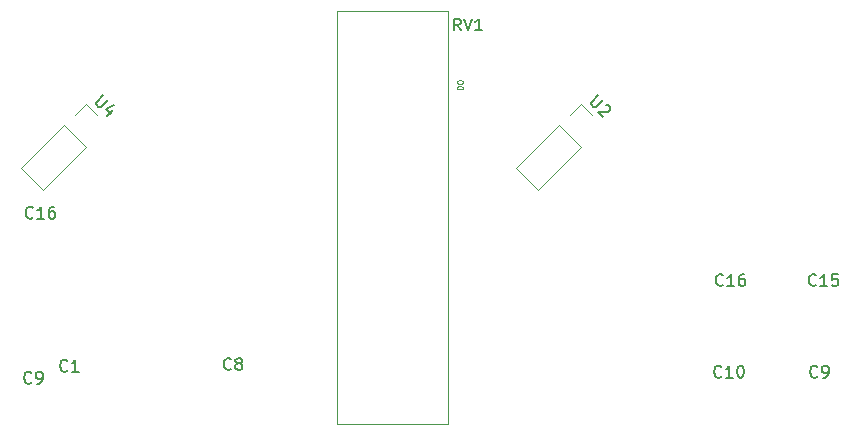
<source format=gbr>
%TF.GenerationSoftware,KiCad,Pcbnew,7.0.7*%
%TF.CreationDate,2023-09-10T17:47:14+02:00*%
%TF.ProjectId,Angle&Ana&Sw,416e676c-6526-4416-9e61-2653772e6b69,1.0*%
%TF.SameCoordinates,Original*%
%TF.FileFunction,Legend,Top*%
%TF.FilePolarity,Positive*%
%FSLAX46Y46*%
G04 Gerber Fmt 4.6, Leading zero omitted, Abs format (unit mm)*
G04 Created by KiCad (PCBNEW 7.0.7) date 2023-09-10 17:47:14*
%MOMM*%
%LPD*%
G01*
G04 APERTURE LIST*
%ADD10C,0.150000*%
%ADD11C,0.075000*%
%ADD12C,0.120000*%
G04 APERTURE END LIST*
D10*
X216300207Y-128806580D02*
X216252588Y-128854200D01*
X216252588Y-128854200D02*
X216109731Y-128901819D01*
X216109731Y-128901819D02*
X216014493Y-128901819D01*
X216014493Y-128901819D02*
X215871636Y-128854200D01*
X215871636Y-128854200D02*
X215776398Y-128758961D01*
X215776398Y-128758961D02*
X215728779Y-128663723D01*
X215728779Y-128663723D02*
X215681160Y-128473247D01*
X215681160Y-128473247D02*
X215681160Y-128330390D01*
X215681160Y-128330390D02*
X215728779Y-128139914D01*
X215728779Y-128139914D02*
X215776398Y-128044676D01*
X215776398Y-128044676D02*
X215871636Y-127949438D01*
X215871636Y-127949438D02*
X216014493Y-127901819D01*
X216014493Y-127901819D02*
X216109731Y-127901819D01*
X216109731Y-127901819D02*
X216252588Y-127949438D01*
X216252588Y-127949438D02*
X216300207Y-127997057D01*
X216776398Y-128901819D02*
X216966874Y-128901819D01*
X216966874Y-128901819D02*
X217062112Y-128854200D01*
X217062112Y-128854200D02*
X217109731Y-128806580D01*
X217109731Y-128806580D02*
X217204969Y-128663723D01*
X217204969Y-128663723D02*
X217252588Y-128473247D01*
X217252588Y-128473247D02*
X217252588Y-128092295D01*
X217252588Y-128092295D02*
X217204969Y-127997057D01*
X217204969Y-127997057D02*
X217157350Y-127949438D01*
X217157350Y-127949438D02*
X217062112Y-127901819D01*
X217062112Y-127901819D02*
X216871636Y-127901819D01*
X216871636Y-127901819D02*
X216776398Y-127949438D01*
X216776398Y-127949438D02*
X216728779Y-127997057D01*
X216728779Y-127997057D02*
X216681160Y-128092295D01*
X216681160Y-128092295D02*
X216681160Y-128330390D01*
X216681160Y-128330390D02*
X216728779Y-128425628D01*
X216728779Y-128425628D02*
X216776398Y-128473247D01*
X216776398Y-128473247D02*
X216871636Y-128520866D01*
X216871636Y-128520866D02*
X217062112Y-128520866D01*
X217062112Y-128520866D02*
X217157350Y-128473247D01*
X217157350Y-128473247D02*
X217204969Y-128425628D01*
X217204969Y-128425628D02*
X217252588Y-128330390D01*
X149752207Y-129314580D02*
X149704588Y-129362200D01*
X149704588Y-129362200D02*
X149561731Y-129409819D01*
X149561731Y-129409819D02*
X149466493Y-129409819D01*
X149466493Y-129409819D02*
X149323636Y-129362200D01*
X149323636Y-129362200D02*
X149228398Y-129266961D01*
X149228398Y-129266961D02*
X149180779Y-129171723D01*
X149180779Y-129171723D02*
X149133160Y-128981247D01*
X149133160Y-128981247D02*
X149133160Y-128838390D01*
X149133160Y-128838390D02*
X149180779Y-128647914D01*
X149180779Y-128647914D02*
X149228398Y-128552676D01*
X149228398Y-128552676D02*
X149323636Y-128457438D01*
X149323636Y-128457438D02*
X149466493Y-128409819D01*
X149466493Y-128409819D02*
X149561731Y-128409819D01*
X149561731Y-128409819D02*
X149704588Y-128457438D01*
X149704588Y-128457438D02*
X149752207Y-128505057D01*
X150228398Y-129409819D02*
X150418874Y-129409819D01*
X150418874Y-129409819D02*
X150514112Y-129362200D01*
X150514112Y-129362200D02*
X150561731Y-129314580D01*
X150561731Y-129314580D02*
X150656969Y-129171723D01*
X150656969Y-129171723D02*
X150704588Y-128981247D01*
X150704588Y-128981247D02*
X150704588Y-128600295D01*
X150704588Y-128600295D02*
X150656969Y-128505057D01*
X150656969Y-128505057D02*
X150609350Y-128457438D01*
X150609350Y-128457438D02*
X150514112Y-128409819D01*
X150514112Y-128409819D02*
X150323636Y-128409819D01*
X150323636Y-128409819D02*
X150228398Y-128457438D01*
X150228398Y-128457438D02*
X150180779Y-128505057D01*
X150180779Y-128505057D02*
X150133160Y-128600295D01*
X150133160Y-128600295D02*
X150133160Y-128838390D01*
X150133160Y-128838390D02*
X150180779Y-128933628D01*
X150180779Y-128933628D02*
X150228398Y-128981247D01*
X150228398Y-128981247D02*
X150323636Y-129028866D01*
X150323636Y-129028866D02*
X150514112Y-129028866D01*
X150514112Y-129028866D02*
X150609350Y-128981247D01*
X150609350Y-128981247D02*
X150656969Y-128933628D01*
X150656969Y-128933628D02*
X150704588Y-128838390D01*
X216173207Y-121059580D02*
X216125588Y-121107200D01*
X216125588Y-121107200D02*
X215982731Y-121154819D01*
X215982731Y-121154819D02*
X215887493Y-121154819D01*
X215887493Y-121154819D02*
X215744636Y-121107200D01*
X215744636Y-121107200D02*
X215649398Y-121011961D01*
X215649398Y-121011961D02*
X215601779Y-120916723D01*
X215601779Y-120916723D02*
X215554160Y-120726247D01*
X215554160Y-120726247D02*
X215554160Y-120583390D01*
X215554160Y-120583390D02*
X215601779Y-120392914D01*
X215601779Y-120392914D02*
X215649398Y-120297676D01*
X215649398Y-120297676D02*
X215744636Y-120202438D01*
X215744636Y-120202438D02*
X215887493Y-120154819D01*
X215887493Y-120154819D02*
X215982731Y-120154819D01*
X215982731Y-120154819D02*
X216125588Y-120202438D01*
X216125588Y-120202438D02*
X216173207Y-120250057D01*
X217125588Y-121154819D02*
X216554160Y-121154819D01*
X216839874Y-121154819D02*
X216839874Y-120154819D01*
X216839874Y-120154819D02*
X216744636Y-120297676D01*
X216744636Y-120297676D02*
X216649398Y-120392914D01*
X216649398Y-120392914D02*
X216554160Y-120440533D01*
X218030350Y-120154819D02*
X217554160Y-120154819D01*
X217554160Y-120154819D02*
X217506541Y-120631009D01*
X217506541Y-120631009D02*
X217554160Y-120583390D01*
X217554160Y-120583390D02*
X217649398Y-120535771D01*
X217649398Y-120535771D02*
X217887493Y-120535771D01*
X217887493Y-120535771D02*
X217982731Y-120583390D01*
X217982731Y-120583390D02*
X218030350Y-120631009D01*
X218030350Y-120631009D02*
X218077969Y-120726247D01*
X218077969Y-120726247D02*
X218077969Y-120964342D01*
X218077969Y-120964342D02*
X218030350Y-121059580D01*
X218030350Y-121059580D02*
X217982731Y-121107200D01*
X217982731Y-121107200D02*
X217887493Y-121154819D01*
X217887493Y-121154819D02*
X217649398Y-121154819D01*
X217649398Y-121154819D02*
X217554160Y-121107200D01*
X217554160Y-121107200D02*
X217506541Y-121059580D01*
X152800207Y-128298580D02*
X152752588Y-128346200D01*
X152752588Y-128346200D02*
X152609731Y-128393819D01*
X152609731Y-128393819D02*
X152514493Y-128393819D01*
X152514493Y-128393819D02*
X152371636Y-128346200D01*
X152371636Y-128346200D02*
X152276398Y-128250961D01*
X152276398Y-128250961D02*
X152228779Y-128155723D01*
X152228779Y-128155723D02*
X152181160Y-127965247D01*
X152181160Y-127965247D02*
X152181160Y-127822390D01*
X152181160Y-127822390D02*
X152228779Y-127631914D01*
X152228779Y-127631914D02*
X152276398Y-127536676D01*
X152276398Y-127536676D02*
X152371636Y-127441438D01*
X152371636Y-127441438D02*
X152514493Y-127393819D01*
X152514493Y-127393819D02*
X152609731Y-127393819D01*
X152609731Y-127393819D02*
X152752588Y-127441438D01*
X152752588Y-127441438D02*
X152800207Y-127489057D01*
X153752588Y-128393819D02*
X153181160Y-128393819D01*
X153466874Y-128393819D02*
X153466874Y-127393819D01*
X153466874Y-127393819D02*
X153371636Y-127536676D01*
X153371636Y-127536676D02*
X153276398Y-127631914D01*
X153276398Y-127631914D02*
X153181160Y-127679533D01*
X208172207Y-128806580D02*
X208124588Y-128854200D01*
X208124588Y-128854200D02*
X207981731Y-128901819D01*
X207981731Y-128901819D02*
X207886493Y-128901819D01*
X207886493Y-128901819D02*
X207743636Y-128854200D01*
X207743636Y-128854200D02*
X207648398Y-128758961D01*
X207648398Y-128758961D02*
X207600779Y-128663723D01*
X207600779Y-128663723D02*
X207553160Y-128473247D01*
X207553160Y-128473247D02*
X207553160Y-128330390D01*
X207553160Y-128330390D02*
X207600779Y-128139914D01*
X207600779Y-128139914D02*
X207648398Y-128044676D01*
X207648398Y-128044676D02*
X207743636Y-127949438D01*
X207743636Y-127949438D02*
X207886493Y-127901819D01*
X207886493Y-127901819D02*
X207981731Y-127901819D01*
X207981731Y-127901819D02*
X208124588Y-127949438D01*
X208124588Y-127949438D02*
X208172207Y-127997057D01*
X209124588Y-128901819D02*
X208553160Y-128901819D01*
X208838874Y-128901819D02*
X208838874Y-127901819D01*
X208838874Y-127901819D02*
X208743636Y-128044676D01*
X208743636Y-128044676D02*
X208648398Y-128139914D01*
X208648398Y-128139914D02*
X208553160Y-128187533D01*
X209743636Y-127901819D02*
X209838874Y-127901819D01*
X209838874Y-127901819D02*
X209934112Y-127949438D01*
X209934112Y-127949438D02*
X209981731Y-127997057D01*
X209981731Y-127997057D02*
X210029350Y-128092295D01*
X210029350Y-128092295D02*
X210076969Y-128282771D01*
X210076969Y-128282771D02*
X210076969Y-128520866D01*
X210076969Y-128520866D02*
X210029350Y-128711342D01*
X210029350Y-128711342D02*
X209981731Y-128806580D01*
X209981731Y-128806580D02*
X209934112Y-128854200D01*
X209934112Y-128854200D02*
X209838874Y-128901819D01*
X209838874Y-128901819D02*
X209743636Y-128901819D01*
X209743636Y-128901819D02*
X209648398Y-128854200D01*
X209648398Y-128854200D02*
X209600779Y-128806580D01*
X209600779Y-128806580D02*
X209553160Y-128711342D01*
X209553160Y-128711342D02*
X209505541Y-128520866D01*
X209505541Y-128520866D02*
X209505541Y-128282771D01*
X209505541Y-128282771D02*
X209553160Y-128092295D01*
X209553160Y-128092295D02*
X209600779Y-127997057D01*
X209600779Y-127997057D02*
X209648398Y-127949438D01*
X209648398Y-127949438D02*
X209743636Y-127901819D01*
X166643207Y-128171580D02*
X166595588Y-128219200D01*
X166595588Y-128219200D02*
X166452731Y-128266819D01*
X166452731Y-128266819D02*
X166357493Y-128266819D01*
X166357493Y-128266819D02*
X166214636Y-128219200D01*
X166214636Y-128219200D02*
X166119398Y-128123961D01*
X166119398Y-128123961D02*
X166071779Y-128028723D01*
X166071779Y-128028723D02*
X166024160Y-127838247D01*
X166024160Y-127838247D02*
X166024160Y-127695390D01*
X166024160Y-127695390D02*
X166071779Y-127504914D01*
X166071779Y-127504914D02*
X166119398Y-127409676D01*
X166119398Y-127409676D02*
X166214636Y-127314438D01*
X166214636Y-127314438D02*
X166357493Y-127266819D01*
X166357493Y-127266819D02*
X166452731Y-127266819D01*
X166452731Y-127266819D02*
X166595588Y-127314438D01*
X166595588Y-127314438D02*
X166643207Y-127362057D01*
X167214636Y-127695390D02*
X167119398Y-127647771D01*
X167119398Y-127647771D02*
X167071779Y-127600152D01*
X167071779Y-127600152D02*
X167024160Y-127504914D01*
X167024160Y-127504914D02*
X167024160Y-127457295D01*
X167024160Y-127457295D02*
X167071779Y-127362057D01*
X167071779Y-127362057D02*
X167119398Y-127314438D01*
X167119398Y-127314438D02*
X167214636Y-127266819D01*
X167214636Y-127266819D02*
X167405112Y-127266819D01*
X167405112Y-127266819D02*
X167500350Y-127314438D01*
X167500350Y-127314438D02*
X167547969Y-127362057D01*
X167547969Y-127362057D02*
X167595588Y-127457295D01*
X167595588Y-127457295D02*
X167595588Y-127504914D01*
X167595588Y-127504914D02*
X167547969Y-127600152D01*
X167547969Y-127600152D02*
X167500350Y-127647771D01*
X167500350Y-127647771D02*
X167405112Y-127695390D01*
X167405112Y-127695390D02*
X167214636Y-127695390D01*
X167214636Y-127695390D02*
X167119398Y-127743009D01*
X167119398Y-127743009D02*
X167071779Y-127790628D01*
X167071779Y-127790628D02*
X167024160Y-127885866D01*
X167024160Y-127885866D02*
X167024160Y-128076342D01*
X167024160Y-128076342D02*
X167071779Y-128171580D01*
X167071779Y-128171580D02*
X167119398Y-128219200D01*
X167119398Y-128219200D02*
X167214636Y-128266819D01*
X167214636Y-128266819D02*
X167405112Y-128266819D01*
X167405112Y-128266819D02*
X167500350Y-128219200D01*
X167500350Y-128219200D02*
X167547969Y-128171580D01*
X167547969Y-128171580D02*
X167595588Y-128076342D01*
X167595588Y-128076342D02*
X167595588Y-127885866D01*
X167595588Y-127885866D02*
X167547969Y-127790628D01*
X167547969Y-127790628D02*
X167500350Y-127743009D01*
X167500350Y-127743009D02*
X167405112Y-127695390D01*
X208299207Y-121059580D02*
X208251588Y-121107200D01*
X208251588Y-121107200D02*
X208108731Y-121154819D01*
X208108731Y-121154819D02*
X208013493Y-121154819D01*
X208013493Y-121154819D02*
X207870636Y-121107200D01*
X207870636Y-121107200D02*
X207775398Y-121011961D01*
X207775398Y-121011961D02*
X207727779Y-120916723D01*
X207727779Y-120916723D02*
X207680160Y-120726247D01*
X207680160Y-120726247D02*
X207680160Y-120583390D01*
X207680160Y-120583390D02*
X207727779Y-120392914D01*
X207727779Y-120392914D02*
X207775398Y-120297676D01*
X207775398Y-120297676D02*
X207870636Y-120202438D01*
X207870636Y-120202438D02*
X208013493Y-120154819D01*
X208013493Y-120154819D02*
X208108731Y-120154819D01*
X208108731Y-120154819D02*
X208251588Y-120202438D01*
X208251588Y-120202438D02*
X208299207Y-120250057D01*
X209251588Y-121154819D02*
X208680160Y-121154819D01*
X208965874Y-121154819D02*
X208965874Y-120154819D01*
X208965874Y-120154819D02*
X208870636Y-120297676D01*
X208870636Y-120297676D02*
X208775398Y-120392914D01*
X208775398Y-120392914D02*
X208680160Y-120440533D01*
X210108731Y-120154819D02*
X209918255Y-120154819D01*
X209918255Y-120154819D02*
X209823017Y-120202438D01*
X209823017Y-120202438D02*
X209775398Y-120250057D01*
X209775398Y-120250057D02*
X209680160Y-120392914D01*
X209680160Y-120392914D02*
X209632541Y-120583390D01*
X209632541Y-120583390D02*
X209632541Y-120964342D01*
X209632541Y-120964342D02*
X209680160Y-121059580D01*
X209680160Y-121059580D02*
X209727779Y-121107200D01*
X209727779Y-121107200D02*
X209823017Y-121154819D01*
X209823017Y-121154819D02*
X210013493Y-121154819D01*
X210013493Y-121154819D02*
X210108731Y-121107200D01*
X210108731Y-121107200D02*
X210156350Y-121059580D01*
X210156350Y-121059580D02*
X210203969Y-120964342D01*
X210203969Y-120964342D02*
X210203969Y-120726247D01*
X210203969Y-120726247D02*
X210156350Y-120631009D01*
X210156350Y-120631009D02*
X210108731Y-120583390D01*
X210108731Y-120583390D02*
X210013493Y-120535771D01*
X210013493Y-120535771D02*
X209823017Y-120535771D01*
X209823017Y-120535771D02*
X209727779Y-120583390D01*
X209727779Y-120583390D02*
X209680160Y-120631009D01*
X209680160Y-120631009D02*
X209632541Y-120726247D01*
X149879207Y-115344580D02*
X149831588Y-115392200D01*
X149831588Y-115392200D02*
X149688731Y-115439819D01*
X149688731Y-115439819D02*
X149593493Y-115439819D01*
X149593493Y-115439819D02*
X149450636Y-115392200D01*
X149450636Y-115392200D02*
X149355398Y-115296961D01*
X149355398Y-115296961D02*
X149307779Y-115201723D01*
X149307779Y-115201723D02*
X149260160Y-115011247D01*
X149260160Y-115011247D02*
X149260160Y-114868390D01*
X149260160Y-114868390D02*
X149307779Y-114677914D01*
X149307779Y-114677914D02*
X149355398Y-114582676D01*
X149355398Y-114582676D02*
X149450636Y-114487438D01*
X149450636Y-114487438D02*
X149593493Y-114439819D01*
X149593493Y-114439819D02*
X149688731Y-114439819D01*
X149688731Y-114439819D02*
X149831588Y-114487438D01*
X149831588Y-114487438D02*
X149879207Y-114535057D01*
X150831588Y-115439819D02*
X150260160Y-115439819D01*
X150545874Y-115439819D02*
X150545874Y-114439819D01*
X150545874Y-114439819D02*
X150450636Y-114582676D01*
X150450636Y-114582676D02*
X150355398Y-114677914D01*
X150355398Y-114677914D02*
X150260160Y-114725533D01*
X151688731Y-114439819D02*
X151498255Y-114439819D01*
X151498255Y-114439819D02*
X151403017Y-114487438D01*
X151403017Y-114487438D02*
X151355398Y-114535057D01*
X151355398Y-114535057D02*
X151260160Y-114677914D01*
X151260160Y-114677914D02*
X151212541Y-114868390D01*
X151212541Y-114868390D02*
X151212541Y-115249342D01*
X151212541Y-115249342D02*
X151260160Y-115344580D01*
X151260160Y-115344580D02*
X151307779Y-115392200D01*
X151307779Y-115392200D02*
X151403017Y-115439819D01*
X151403017Y-115439819D02*
X151593493Y-115439819D01*
X151593493Y-115439819D02*
X151688731Y-115392200D01*
X151688731Y-115392200D02*
X151736350Y-115344580D01*
X151736350Y-115344580D02*
X151783969Y-115249342D01*
X151783969Y-115249342D02*
X151783969Y-115011247D01*
X151783969Y-115011247D02*
X151736350Y-114916009D01*
X151736350Y-114916009D02*
X151688731Y-114868390D01*
X151688731Y-114868390D02*
X151593493Y-114820771D01*
X151593493Y-114820771D02*
X151403017Y-114820771D01*
X151403017Y-114820771D02*
X151307779Y-114868390D01*
X151307779Y-114868390D02*
X151260160Y-114916009D01*
X151260160Y-114916009D02*
X151212541Y-115011247D01*
X197760368Y-105012145D02*
X197187948Y-105584565D01*
X197187948Y-105584565D02*
X197154276Y-105685580D01*
X197154276Y-105685580D02*
X197154276Y-105752924D01*
X197154276Y-105752924D02*
X197187948Y-105853939D01*
X197187948Y-105853939D02*
X197322635Y-105988626D01*
X197322635Y-105988626D02*
X197423650Y-106022298D01*
X197423650Y-106022298D02*
X197490994Y-106022298D01*
X197490994Y-106022298D02*
X197592009Y-105988626D01*
X197592009Y-105988626D02*
X198164429Y-105416206D01*
X198400131Y-105786596D02*
X198467474Y-105786596D01*
X198467474Y-105786596D02*
X198568490Y-105820267D01*
X198568490Y-105820267D02*
X198736848Y-105988626D01*
X198736848Y-105988626D02*
X198770520Y-106089641D01*
X198770520Y-106089641D02*
X198770520Y-106156985D01*
X198770520Y-106156985D02*
X198736848Y-106258000D01*
X198736848Y-106258000D02*
X198669505Y-106325344D01*
X198669505Y-106325344D02*
X198534818Y-106392687D01*
X198534818Y-106392687D02*
X197726696Y-106392687D01*
X197726696Y-106392687D02*
X198164429Y-106830420D01*
X155851868Y-105012145D02*
X155279448Y-105584565D01*
X155279448Y-105584565D02*
X155245776Y-105685580D01*
X155245776Y-105685580D02*
X155245776Y-105752924D01*
X155245776Y-105752924D02*
X155279448Y-105853939D01*
X155279448Y-105853939D02*
X155414135Y-105988626D01*
X155414135Y-105988626D02*
X155515150Y-106022298D01*
X155515150Y-106022298D02*
X155582494Y-106022298D01*
X155582494Y-106022298D02*
X155683509Y-105988626D01*
X155683509Y-105988626D02*
X156255929Y-105416206D01*
X156659990Y-106291672D02*
X156188585Y-106763076D01*
X156761005Y-105853939D02*
X156087570Y-106190657D01*
X156087570Y-106190657D02*
X156525303Y-106628389D01*
X186094761Y-99514819D02*
X185761428Y-99038628D01*
X185523333Y-99514819D02*
X185523333Y-98514819D01*
X185523333Y-98514819D02*
X185904285Y-98514819D01*
X185904285Y-98514819D02*
X185999523Y-98562438D01*
X185999523Y-98562438D02*
X186047142Y-98610057D01*
X186047142Y-98610057D02*
X186094761Y-98705295D01*
X186094761Y-98705295D02*
X186094761Y-98848152D01*
X186094761Y-98848152D02*
X186047142Y-98943390D01*
X186047142Y-98943390D02*
X185999523Y-98991009D01*
X185999523Y-98991009D02*
X185904285Y-99038628D01*
X185904285Y-99038628D02*
X185523333Y-99038628D01*
X186380476Y-98514819D02*
X186713809Y-99514819D01*
X186713809Y-99514819D02*
X187047142Y-98514819D01*
X187904285Y-99514819D02*
X187332857Y-99514819D01*
X187618571Y-99514819D02*
X187618571Y-98514819D01*
X187618571Y-98514819D02*
X187523333Y-98657676D01*
X187523333Y-98657676D02*
X187428095Y-98752914D01*
X187428095Y-98752914D02*
X187332857Y-98800533D01*
D11*
X186282409Y-104509047D02*
X185782409Y-104509047D01*
X185782409Y-104509047D02*
X185782409Y-104389999D01*
X185782409Y-104389999D02*
X185806219Y-104318571D01*
X185806219Y-104318571D02*
X185853838Y-104270952D01*
X185853838Y-104270952D02*
X185901457Y-104247142D01*
X185901457Y-104247142D02*
X185996695Y-104223333D01*
X185996695Y-104223333D02*
X186068123Y-104223333D01*
X186068123Y-104223333D02*
X186163361Y-104247142D01*
X186163361Y-104247142D02*
X186210980Y-104270952D01*
X186210980Y-104270952D02*
X186258600Y-104318571D01*
X186258600Y-104318571D02*
X186282409Y-104389999D01*
X186282409Y-104389999D02*
X186282409Y-104509047D01*
X185782409Y-103913809D02*
X185782409Y-103866190D01*
X185782409Y-103866190D02*
X185806219Y-103818571D01*
X185806219Y-103818571D02*
X185830028Y-103794761D01*
X185830028Y-103794761D02*
X185877647Y-103770952D01*
X185877647Y-103770952D02*
X185972885Y-103747142D01*
X185972885Y-103747142D02*
X186091933Y-103747142D01*
X186091933Y-103747142D02*
X186187171Y-103770952D01*
X186187171Y-103770952D02*
X186234790Y-103794761D01*
X186234790Y-103794761D02*
X186258600Y-103818571D01*
X186258600Y-103818571D02*
X186282409Y-103866190D01*
X186282409Y-103866190D02*
X186282409Y-103913809D01*
X186282409Y-103913809D02*
X186258600Y-103961428D01*
X186258600Y-103961428D02*
X186234790Y-103985237D01*
X186234790Y-103985237D02*
X186187171Y-104009047D01*
X186187171Y-104009047D02*
X186091933Y-104032856D01*
X186091933Y-104032856D02*
X185972885Y-104032856D01*
X185972885Y-104032856D02*
X185877647Y-104009047D01*
X185877647Y-104009047D02*
X185830028Y-103985237D01*
X185830028Y-103985237D02*
X185806219Y-103961428D01*
X185806219Y-103961428D02*
X185782409Y-103913809D01*
D12*
%TO.C,U2*%
X196266057Y-105703050D02*
X197206509Y-106643502D01*
X195325605Y-106643502D02*
X196266057Y-105703050D01*
X194427579Y-107541528D02*
X190793050Y-111176057D01*
X194427579Y-107541528D02*
X196308483Y-109422432D01*
X190793050Y-111176057D02*
X192673954Y-113056961D01*
X196308483Y-109422432D02*
X192673954Y-113056961D01*
%TO.C,U4*%
X154357557Y-105703050D02*
X155298009Y-106643502D01*
X153417105Y-106643502D02*
X154357557Y-105703050D01*
X152519079Y-107541528D02*
X148884550Y-111176057D01*
X152519079Y-107541528D02*
X154399983Y-109422432D01*
X148884550Y-111176057D02*
X150765454Y-113056961D01*
X154399983Y-109422432D02*
X150765454Y-113056961D01*
%TO.C,RV1*%
X175640000Y-132830000D02*
X175640000Y-97830000D01*
X185040000Y-132830000D02*
X175640000Y-132830000D01*
X175640000Y-97830000D02*
X185040000Y-97830000D01*
X185040000Y-97830000D02*
X185040000Y-132830000D01*
%TD*%
M02*

</source>
